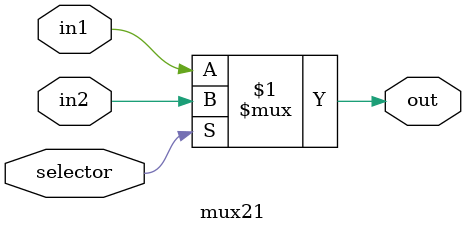
<source format=v>
module mux21 (in1,in2,selector,out);
	input in1,in2,selector;
	output out;

	assign out = selector?in2 :in1;
endmodule


</source>
